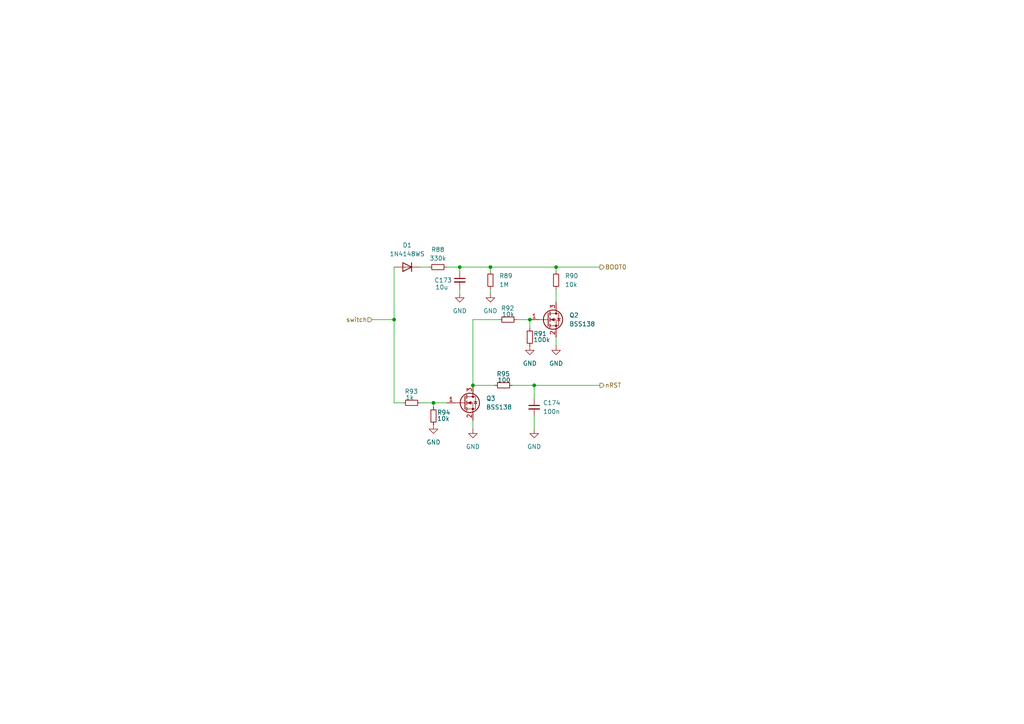
<source format=kicad_sch>
(kicad_sch
	(version 20231120)
	(generator "eeschema")
	(generator_version "8.0")
	(uuid "5883f193-55a9-473e-8feb-47173c8581e5")
	(paper "A4")
	(lib_symbols
		(symbol "Device:C_Small"
			(pin_numbers hide)
			(pin_names
				(offset 0.254) hide)
			(exclude_from_sim no)
			(in_bom yes)
			(on_board yes)
			(property "Reference" "C"
				(at 0.254 1.778 0)
				(effects
					(font
						(size 1.27 1.27)
					)
					(justify left)
				)
			)
			(property "Value" "C_Small"
				(at 0.254 -2.032 0)
				(effects
					(font
						(size 1.27 1.27)
					)
					(justify left)
				)
			)
			(property "Footprint" ""
				(at 0 0 0)
				(effects
					(font
						(size 1.27 1.27)
					)
					(hide yes)
				)
			)
			(property "Datasheet" "~"
				(at 0 0 0)
				(effects
					(font
						(size 1.27 1.27)
					)
					(hide yes)
				)
			)
			(property "Description" "Unpolarized capacitor, small symbol"
				(at 0 0 0)
				(effects
					(font
						(size 1.27 1.27)
					)
					(hide yes)
				)
			)
			(property "ki_keywords" "capacitor cap"
				(at 0 0 0)
				(effects
					(font
						(size 1.27 1.27)
					)
					(hide yes)
				)
			)
			(property "ki_fp_filters" "C_*"
				(at 0 0 0)
				(effects
					(font
						(size 1.27 1.27)
					)
					(hide yes)
				)
			)
			(symbol "C_Small_0_1"
				(polyline
					(pts
						(xy -1.524 -0.508) (xy 1.524 -0.508)
					)
					(stroke
						(width 0.3302)
						(type default)
					)
					(fill
						(type none)
					)
				)
				(polyline
					(pts
						(xy -1.524 0.508) (xy 1.524 0.508)
					)
					(stroke
						(width 0.3048)
						(type default)
					)
					(fill
						(type none)
					)
				)
			)
			(symbol "C_Small_1_1"
				(pin passive line
					(at 0 2.54 270)
					(length 2.032)
					(name "~"
						(effects
							(font
								(size 1.27 1.27)
							)
						)
					)
					(number "1"
						(effects
							(font
								(size 1.27 1.27)
							)
						)
					)
				)
				(pin passive line
					(at 0 -2.54 90)
					(length 2.032)
					(name "~"
						(effects
							(font
								(size 1.27 1.27)
							)
						)
					)
					(number "2"
						(effects
							(font
								(size 1.27 1.27)
							)
						)
					)
				)
			)
		)
		(symbol "Device:R_Small"
			(pin_numbers hide)
			(pin_names
				(offset 0.254) hide)
			(exclude_from_sim no)
			(in_bom yes)
			(on_board yes)
			(property "Reference" "R"
				(at 0.762 0.508 0)
				(effects
					(font
						(size 1.27 1.27)
					)
					(justify left)
				)
			)
			(property "Value" "R_Small"
				(at 0.762 -1.016 0)
				(effects
					(font
						(size 1.27 1.27)
					)
					(justify left)
				)
			)
			(property "Footprint" ""
				(at 0 0 0)
				(effects
					(font
						(size 1.27 1.27)
					)
					(hide yes)
				)
			)
			(property "Datasheet" "~"
				(at 0 0 0)
				(effects
					(font
						(size 1.27 1.27)
					)
					(hide yes)
				)
			)
			(property "Description" "Resistor, small symbol"
				(at 0 0 0)
				(effects
					(font
						(size 1.27 1.27)
					)
					(hide yes)
				)
			)
			(property "ki_keywords" "R resistor"
				(at 0 0 0)
				(effects
					(font
						(size 1.27 1.27)
					)
					(hide yes)
				)
			)
			(property "ki_fp_filters" "R_*"
				(at 0 0 0)
				(effects
					(font
						(size 1.27 1.27)
					)
					(hide yes)
				)
			)
			(symbol "R_Small_0_1"
				(rectangle
					(start -0.762 1.778)
					(end 0.762 -1.778)
					(stroke
						(width 0.2032)
						(type default)
					)
					(fill
						(type none)
					)
				)
			)
			(symbol "R_Small_1_1"
				(pin passive line
					(at 0 2.54 270)
					(length 0.762)
					(name "~"
						(effects
							(font
								(size 1.27 1.27)
							)
						)
					)
					(number "1"
						(effects
							(font
								(size 1.27 1.27)
							)
						)
					)
				)
				(pin passive line
					(at 0 -2.54 90)
					(length 0.762)
					(name "~"
						(effects
							(font
								(size 1.27 1.27)
							)
						)
					)
					(number "2"
						(effects
							(font
								(size 1.27 1.27)
							)
						)
					)
				)
			)
		)
		(symbol "Diode:1N4148WS"
			(pin_numbers hide)
			(pin_names hide)
			(exclude_from_sim no)
			(in_bom yes)
			(on_board yes)
			(property "Reference" "D"
				(at 0 2.54 0)
				(effects
					(font
						(size 1.27 1.27)
					)
				)
			)
			(property "Value" "1N4148WS"
				(at 0 -2.54 0)
				(effects
					(font
						(size 1.27 1.27)
					)
				)
			)
			(property "Footprint" "Diode_SMD:D_SOD-323"
				(at 0 -4.445 0)
				(effects
					(font
						(size 1.27 1.27)
					)
					(hide yes)
				)
			)
			(property "Datasheet" "https://www.vishay.com/docs/85751/1n4148ws.pdf"
				(at 0 0 0)
				(effects
					(font
						(size 1.27 1.27)
					)
					(hide yes)
				)
			)
			(property "Description" "75V 0.15A Fast switching Diode, SOD-323"
				(at 0 0 0)
				(effects
					(font
						(size 1.27 1.27)
					)
					(hide yes)
				)
			)
			(property "Sim.Device" "D"
				(at 0 0 0)
				(effects
					(font
						(size 1.27 1.27)
					)
					(hide yes)
				)
			)
			(property "Sim.Pins" "1=K 2=A"
				(at 0 0 0)
				(effects
					(font
						(size 1.27 1.27)
					)
					(hide yes)
				)
			)
			(property "ki_keywords" "diode"
				(at 0 0 0)
				(effects
					(font
						(size 1.27 1.27)
					)
					(hide yes)
				)
			)
			(property "ki_fp_filters" "D*SOD?323*"
				(at 0 0 0)
				(effects
					(font
						(size 1.27 1.27)
					)
					(hide yes)
				)
			)
			(symbol "1N4148WS_0_1"
				(polyline
					(pts
						(xy -1.27 1.27) (xy -1.27 -1.27)
					)
					(stroke
						(width 0.254)
						(type default)
					)
					(fill
						(type none)
					)
				)
				(polyline
					(pts
						(xy 1.27 0) (xy -1.27 0)
					)
					(stroke
						(width 0)
						(type default)
					)
					(fill
						(type none)
					)
				)
				(polyline
					(pts
						(xy 1.27 1.27) (xy 1.27 -1.27) (xy -1.27 0) (xy 1.27 1.27)
					)
					(stroke
						(width 0.254)
						(type default)
					)
					(fill
						(type none)
					)
				)
			)
			(symbol "1N4148WS_1_1"
				(pin passive line
					(at -3.81 0 0)
					(length 2.54)
					(name "K"
						(effects
							(font
								(size 1.27 1.27)
							)
						)
					)
					(number "1"
						(effects
							(font
								(size 1.27 1.27)
							)
						)
					)
				)
				(pin passive line
					(at 3.81 0 180)
					(length 2.54)
					(name "A"
						(effects
							(font
								(size 1.27 1.27)
							)
						)
					)
					(number "2"
						(effects
							(font
								(size 1.27 1.27)
							)
						)
					)
				)
			)
		)
		(symbol "Transistor_FET:2N7002"
			(pin_names hide)
			(exclude_from_sim no)
			(in_bom yes)
			(on_board yes)
			(property "Reference" "Q"
				(at 5.08 1.905 0)
				(effects
					(font
						(size 1.27 1.27)
					)
					(justify left)
				)
			)
			(property "Value" "2N7002"
				(at 5.08 0 0)
				(effects
					(font
						(size 1.27 1.27)
					)
					(justify left)
				)
			)
			(property "Footprint" "Package_TO_SOT_SMD:SOT-23"
				(at 5.08 -1.905 0)
				(effects
					(font
						(size 1.27 1.27)
						(italic yes)
					)
					(justify left)
					(hide yes)
				)
			)
			(property "Datasheet" "https://www.onsemi.com/pub/Collateral/NDS7002A-D.PDF"
				(at 5.08 -3.81 0)
				(effects
					(font
						(size 1.27 1.27)
					)
					(justify left)
					(hide yes)
				)
			)
			(property "Description" "0.115A Id, 60V Vds, N-Channel MOSFET, SOT-23"
				(at 0 0 0)
				(effects
					(font
						(size 1.27 1.27)
					)
					(hide yes)
				)
			)
			(property "ki_keywords" "N-Channel Switching MOSFET"
				(at 0 0 0)
				(effects
					(font
						(size 1.27 1.27)
					)
					(hide yes)
				)
			)
			(property "ki_fp_filters" "SOT?23*"
				(at 0 0 0)
				(effects
					(font
						(size 1.27 1.27)
					)
					(hide yes)
				)
			)
			(symbol "2N7002_0_1"
				(polyline
					(pts
						(xy 0.254 0) (xy -2.54 0)
					)
					(stroke
						(width 0)
						(type default)
					)
					(fill
						(type none)
					)
				)
				(polyline
					(pts
						(xy 0.254 1.905) (xy 0.254 -1.905)
					)
					(stroke
						(width 0.254)
						(type default)
					)
					(fill
						(type none)
					)
				)
				(polyline
					(pts
						(xy 0.762 -1.27) (xy 0.762 -2.286)
					)
					(stroke
						(width 0.254)
						(type default)
					)
					(fill
						(type none)
					)
				)
				(polyline
					(pts
						(xy 0.762 0.508) (xy 0.762 -0.508)
					)
					(stroke
						(width 0.254)
						(type default)
					)
					(fill
						(type none)
					)
				)
				(polyline
					(pts
						(xy 0.762 2.286) (xy 0.762 1.27)
					)
					(stroke
						(width 0.254)
						(type default)
					)
					(fill
						(type none)
					)
				)
				(polyline
					(pts
						(xy 2.54 2.54) (xy 2.54 1.778)
					)
					(stroke
						(width 0)
						(type default)
					)
					(fill
						(type none)
					)
				)
				(polyline
					(pts
						(xy 2.54 -2.54) (xy 2.54 0) (xy 0.762 0)
					)
					(stroke
						(width 0)
						(type default)
					)
					(fill
						(type none)
					)
				)
				(polyline
					(pts
						(xy 0.762 -1.778) (xy 3.302 -1.778) (xy 3.302 1.778) (xy 0.762 1.778)
					)
					(stroke
						(width 0)
						(type default)
					)
					(fill
						(type none)
					)
				)
				(polyline
					(pts
						(xy 1.016 0) (xy 2.032 0.381) (xy 2.032 -0.381) (xy 1.016 0)
					)
					(stroke
						(width 0)
						(type default)
					)
					(fill
						(type outline)
					)
				)
				(polyline
					(pts
						(xy 2.794 0.508) (xy 2.921 0.381) (xy 3.683 0.381) (xy 3.81 0.254)
					)
					(stroke
						(width 0)
						(type default)
					)
					(fill
						(type none)
					)
				)
				(polyline
					(pts
						(xy 3.302 0.381) (xy 2.921 -0.254) (xy 3.683 -0.254) (xy 3.302 0.381)
					)
					(stroke
						(width 0)
						(type default)
					)
					(fill
						(type none)
					)
				)
				(circle
					(center 1.651 0)
					(radius 2.794)
					(stroke
						(width 0.254)
						(type default)
					)
					(fill
						(type none)
					)
				)
				(circle
					(center 2.54 -1.778)
					(radius 0.254)
					(stroke
						(width 0)
						(type default)
					)
					(fill
						(type outline)
					)
				)
				(circle
					(center 2.54 1.778)
					(radius 0.254)
					(stroke
						(width 0)
						(type default)
					)
					(fill
						(type outline)
					)
				)
			)
			(symbol "2N7002_1_1"
				(pin input line
					(at -5.08 0 0)
					(length 2.54)
					(name "G"
						(effects
							(font
								(size 1.27 1.27)
							)
						)
					)
					(number "1"
						(effects
							(font
								(size 1.27 1.27)
							)
						)
					)
				)
				(pin passive line
					(at 2.54 -5.08 90)
					(length 2.54)
					(name "S"
						(effects
							(font
								(size 1.27 1.27)
							)
						)
					)
					(number "2"
						(effects
							(font
								(size 1.27 1.27)
							)
						)
					)
				)
				(pin passive line
					(at 2.54 5.08 270)
					(length 2.54)
					(name "D"
						(effects
							(font
								(size 1.27 1.27)
							)
						)
					)
					(number "3"
						(effects
							(font
								(size 1.27 1.27)
							)
						)
					)
				)
			)
		)
		(symbol "power:GND"
			(power)
			(pin_numbers hide)
			(pin_names
				(offset 0) hide)
			(exclude_from_sim no)
			(in_bom yes)
			(on_board yes)
			(property "Reference" "#PWR"
				(at 0 -6.35 0)
				(effects
					(font
						(size 1.27 1.27)
					)
					(hide yes)
				)
			)
			(property "Value" "GND"
				(at 0 -3.81 0)
				(effects
					(font
						(size 1.27 1.27)
					)
				)
			)
			(property "Footprint" ""
				(at 0 0 0)
				(effects
					(font
						(size 1.27 1.27)
					)
					(hide yes)
				)
			)
			(property "Datasheet" ""
				(at 0 0 0)
				(effects
					(font
						(size 1.27 1.27)
					)
					(hide yes)
				)
			)
			(property "Description" "Power symbol creates a global label with name \"GND\" , ground"
				(at 0 0 0)
				(effects
					(font
						(size 1.27 1.27)
					)
					(hide yes)
				)
			)
			(property "ki_keywords" "global power"
				(at 0 0 0)
				(effects
					(font
						(size 1.27 1.27)
					)
					(hide yes)
				)
			)
			(symbol "GND_0_1"
				(polyline
					(pts
						(xy 0 0) (xy 0 -1.27) (xy 1.27 -1.27) (xy 0 -2.54) (xy -1.27 -1.27) (xy 0 -1.27)
					)
					(stroke
						(width 0)
						(type default)
					)
					(fill
						(type none)
					)
				)
			)
			(symbol "GND_1_1"
				(pin power_in line
					(at 0 0 270)
					(length 0)
					(name "~"
						(effects
							(font
								(size 1.27 1.27)
							)
						)
					)
					(number "1"
						(effects
							(font
								(size 1.27 1.27)
							)
						)
					)
				)
			)
		)
	)
	(junction
		(at 153.67 92.71)
		(diameter 0)
		(color 0 0 0 0)
		(uuid "1bfd0e78-e491-4adf-bba7-36dd7ebafbab")
	)
	(junction
		(at 161.29 77.47)
		(diameter 0)
		(color 0 0 0 0)
		(uuid "2075f22c-5926-4717-8e42-fb78e909ff67")
	)
	(junction
		(at 154.94 111.76)
		(diameter 0)
		(color 0 0 0 0)
		(uuid "38939130-ffe0-4723-a366-5371513c8eb6")
	)
	(junction
		(at 125.73 116.84)
		(diameter 0)
		(color 0 0 0 0)
		(uuid "85056a82-5393-4de3-abb5-ecc255bfaab6")
	)
	(junction
		(at 142.24 77.47)
		(diameter 0)
		(color 0 0 0 0)
		(uuid "ceeb51d6-fce5-414e-a5ad-29cf4a106f3b")
	)
	(junction
		(at 137.16 111.76)
		(diameter 0)
		(color 0 0 0 0)
		(uuid "e0c0209a-0d7d-4e33-a782-b01b75f7466a")
	)
	(junction
		(at 133.35 77.47)
		(diameter 0)
		(color 0 0 0 0)
		(uuid "fad06eb7-69a7-4b9d-aaa8-8ae2e976558f")
	)
	(junction
		(at 114.3 92.71)
		(diameter 0)
		(color 0 0 0 0)
		(uuid "fc2776e3-4708-4a31-bb59-20bf26c21b17")
	)
	(wire
		(pts
			(xy 161.29 77.47) (xy 161.29 78.74)
		)
		(stroke
			(width 0)
			(type default)
		)
		(uuid "06055c57-fa8b-45b4-bea3-20b0c53833cf")
	)
	(wire
		(pts
			(xy 153.67 92.71) (xy 153.67 95.25)
		)
		(stroke
			(width 0)
			(type default)
		)
		(uuid "185a8aaa-f36d-4164-90fd-a91179d005e2")
	)
	(wire
		(pts
			(xy 154.94 111.76) (xy 173.99 111.76)
		)
		(stroke
			(width 0)
			(type default)
		)
		(uuid "1cdc6e5b-daac-4816-9e91-02b95323043b")
	)
	(wire
		(pts
			(xy 116.84 116.84) (xy 114.3 116.84)
		)
		(stroke
			(width 0)
			(type default)
		)
		(uuid "2c281bd8-8c54-4256-a343-e9d472e072ad")
	)
	(wire
		(pts
			(xy 121.92 77.47) (xy 124.46 77.47)
		)
		(stroke
			(width 0)
			(type default)
		)
		(uuid "2d982afa-ac2c-481b-a785-8a85759f43f2")
	)
	(wire
		(pts
			(xy 142.24 77.47) (xy 161.29 77.47)
		)
		(stroke
			(width 0)
			(type default)
		)
		(uuid "2f4fb84f-4ee0-4732-b852-3d6cea61a2ac")
	)
	(wire
		(pts
			(xy 149.86 92.71) (xy 153.67 92.71)
		)
		(stroke
			(width 0)
			(type default)
		)
		(uuid "35a9a922-2844-4986-9729-905046e58631")
	)
	(wire
		(pts
			(xy 154.94 111.76) (xy 154.94 115.57)
		)
		(stroke
			(width 0)
			(type default)
		)
		(uuid "47a03cae-9f29-4b68-8289-06c4c5b96583")
	)
	(wire
		(pts
			(xy 161.29 83.82) (xy 161.29 87.63)
		)
		(stroke
			(width 0)
			(type default)
		)
		(uuid "47b7d8b6-82e6-446b-a52d-44dce062ae54")
	)
	(wire
		(pts
			(xy 107.95 92.71) (xy 114.3 92.71)
		)
		(stroke
			(width 0)
			(type default)
		)
		(uuid "49d34d3f-5c56-43af-86e3-af3f29997710")
	)
	(wire
		(pts
			(xy 133.35 78.74) (xy 133.35 77.47)
		)
		(stroke
			(width 0)
			(type default)
		)
		(uuid "524fbda3-381e-43dd-9926-0ea8a696b681")
	)
	(wire
		(pts
			(xy 114.3 92.71) (xy 114.3 116.84)
		)
		(stroke
			(width 0)
			(type default)
		)
		(uuid "63485132-91cf-4e89-ae81-ff9269aef13e")
	)
	(wire
		(pts
			(xy 144.78 92.71) (xy 137.16 92.71)
		)
		(stroke
			(width 0)
			(type default)
		)
		(uuid "6c64efde-f630-40f8-8ba6-4407f29e50c2")
	)
	(wire
		(pts
			(xy 137.16 121.92) (xy 137.16 124.46)
		)
		(stroke
			(width 0)
			(type default)
		)
		(uuid "89284a57-e3e3-4a00-9ebe-fa611316ade7")
	)
	(wire
		(pts
			(xy 133.35 83.82) (xy 133.35 85.09)
		)
		(stroke
			(width 0)
			(type default)
		)
		(uuid "8b8d3ed1-f5c0-43ae-9689-2ea312905523")
	)
	(wire
		(pts
			(xy 161.29 77.47) (xy 173.99 77.47)
		)
		(stroke
			(width 0)
			(type default)
		)
		(uuid "953d66c4-efa9-4f67-be31-fa194571e5f0")
	)
	(wire
		(pts
			(xy 121.92 116.84) (xy 125.73 116.84)
		)
		(stroke
			(width 0)
			(type default)
		)
		(uuid "97b4bd9a-99da-4e0e-98e0-5d4a49bf73e7")
	)
	(wire
		(pts
			(xy 114.3 77.47) (xy 114.3 92.71)
		)
		(stroke
			(width 0)
			(type default)
		)
		(uuid "9f4b7481-505c-40bf-a9e6-1a489c3a769c")
	)
	(wire
		(pts
			(xy 161.29 97.79) (xy 161.29 100.33)
		)
		(stroke
			(width 0)
			(type default)
		)
		(uuid "a64e8655-09b3-440c-ba48-263e0a2bb1f7")
	)
	(wire
		(pts
			(xy 148.59 111.76) (xy 154.94 111.76)
		)
		(stroke
			(width 0)
			(type default)
		)
		(uuid "b50247c0-7efc-45f3-8b02-f97d855baa52")
	)
	(wire
		(pts
			(xy 142.24 77.47) (xy 142.24 78.74)
		)
		(stroke
			(width 0)
			(type default)
		)
		(uuid "b8bd3e79-1961-44fd-bcd2-b2e5f14677df")
	)
	(wire
		(pts
			(xy 125.73 116.84) (xy 125.73 118.11)
		)
		(stroke
			(width 0)
			(type default)
		)
		(uuid "bd2dc86d-1f00-480d-b329-f85d79ed100c")
	)
	(wire
		(pts
			(xy 125.73 116.84) (xy 129.54 116.84)
		)
		(stroke
			(width 0)
			(type default)
		)
		(uuid "c5584ced-d188-4cdc-917d-c27e479ef69a")
	)
	(wire
		(pts
			(xy 137.16 111.76) (xy 143.51 111.76)
		)
		(stroke
			(width 0)
			(type default)
		)
		(uuid "cefe5078-f790-49d3-b8f4-001997531ed5")
	)
	(wire
		(pts
			(xy 129.54 77.47) (xy 133.35 77.47)
		)
		(stroke
			(width 0)
			(type default)
		)
		(uuid "dc9f226d-e106-45bd-9ff7-3ad3a2710992")
	)
	(wire
		(pts
			(xy 137.16 92.71) (xy 137.16 111.76)
		)
		(stroke
			(width 0)
			(type default)
		)
		(uuid "de2152ea-c295-437e-8b74-877c2bf0c7e5")
	)
	(wire
		(pts
			(xy 142.24 83.82) (xy 142.24 85.09)
		)
		(stroke
			(width 0)
			(type default)
		)
		(uuid "e3c2c600-7180-4e63-a016-ffabfe107276")
	)
	(wire
		(pts
			(xy 133.35 77.47) (xy 142.24 77.47)
		)
		(stroke
			(width 0)
			(type default)
		)
		(uuid "ee552b4b-43b2-48e2-8e8f-7f3f029a497a")
	)
	(wire
		(pts
			(xy 154.94 120.65) (xy 154.94 124.46)
		)
		(stroke
			(width 0)
			(type default)
		)
		(uuid "ff97ddbb-3a3e-4568-ac12-109ec76be81d")
	)
	(hierarchical_label "BOOT0"
		(shape output)
		(at 173.99 77.47 0)
		(fields_autoplaced yes)
		(effects
			(font
				(size 1.27 1.27)
			)
			(justify left)
		)
		(uuid "1d78f37b-5021-45cd-a78e-391dbd22ee47")
	)
	(hierarchical_label "nRST"
		(shape output)
		(at 173.99 111.76 0)
		(fields_autoplaced yes)
		(effects
			(font
				(size 1.27 1.27)
			)
			(justify left)
		)
		(uuid "28abe7d3-5de0-4138-97db-85adcd8f3cc2")
	)
	(hierarchical_label "switch"
		(shape input)
		(at 107.95 92.71 180)
		(fields_autoplaced yes)
		(effects
			(font
				(size 1.27 1.27)
			)
			(justify right)
		)
		(uuid "c6a9d0b4-8d43-41ce-91cc-fe8a3382830f")
	)
	(symbol
		(lib_id "Device:C_Small")
		(at 133.35 81.28 0)
		(unit 1)
		(exclude_from_sim no)
		(in_bom yes)
		(on_board yes)
		(dnp no)
		(uuid "16aa27d2-018d-4e67-b363-7093d0373da1")
		(property "Reference" "C173"
			(at 125.984 81.28 0)
			(effects
				(font
					(size 1.27 1.27)
				)
				(justify left)
			)
		)
		(property "Value" "10u"
			(at 126.238 83.312 0)
			(effects
				(font
					(size 1.27 1.27)
				)
				(justify left)
			)
		)
		(property "Footprint" "Capacitor_SMD:C_1206_3216Metric"
			(at 133.35 81.28 0)
			(effects
				(font
					(size 1.27 1.27)
				)
				(hide yes)
			)
		)
		(property "Datasheet" "~"
			(at 133.35 81.28 0)
			(effects
				(font
					(size 1.27 1.27)
				)
				(hide yes)
			)
		)
		(property "Description" "Unpolarized capacitor, small symbol"
			(at 133.35 81.28 0)
			(effects
				(font
					(size 1.27 1.27)
				)
				(hide yes)
			)
		)
		(pin "2"
			(uuid "fe2c1040-b901-4414-952d-67ec8a940a63")
		)
		(pin "1"
			(uuid "1b284b81-0dca-4e8d-a793-78dac8257cf1")
		)
		(instances
			(project ""
				(path "/d6cd2c7a-4b62-4ee3-9519-bce8a1bda3f1/196bee3a-bcf1-4651-980b-f42acb0712b8"
					(reference "C173")
					(unit 1)
				)
			)
		)
	)
	(symbol
		(lib_id "Device:R_Small")
		(at 146.05 111.76 270)
		(unit 1)
		(exclude_from_sim no)
		(in_bom yes)
		(on_board yes)
		(dnp no)
		(uuid "1e261e97-a359-412b-9ee9-6443da56de91")
		(property "Reference" "R95"
			(at 144.018 108.458 90)
			(effects
				(font
					(size 1.27 1.27)
				)
				(justify left)
			)
		)
		(property "Value" "100"
			(at 144.272 110.236 90)
			(effects
				(font
					(size 1.27 1.27)
				)
				(justify left)
			)
		)
		(property "Footprint" "Resistor_SMD:R_0402_1005Metric"
			(at 146.05 111.76 0)
			(effects
				(font
					(size 1.27 1.27)
				)
				(hide yes)
			)
		)
		(property "Datasheet" "~"
			(at 146.05 111.76 0)
			(effects
				(font
					(size 1.27 1.27)
				)
				(hide yes)
			)
		)
		(property "Description" "Resistor, small symbol"
			(at 146.05 111.76 0)
			(effects
				(font
					(size 1.27 1.27)
				)
				(hide yes)
			)
		)
		(pin "1"
			(uuid "72b05d30-289a-4ab2-846d-fc8907604877")
		)
		(pin "2"
			(uuid "e36fcb02-1985-462e-904e-dc33a1319f4f")
		)
		(instances
			(project "hall effect keyboard"
				(path "/d6cd2c7a-4b62-4ee3-9519-bce8a1bda3f1/196bee3a-bcf1-4651-980b-f42acb0712b8"
					(reference "R95")
					(unit 1)
				)
			)
		)
	)
	(symbol
		(lib_id "power:GND")
		(at 153.67 100.33 0)
		(unit 1)
		(exclude_from_sim no)
		(in_bom yes)
		(on_board yes)
		(dnp no)
		(fields_autoplaced yes)
		(uuid "235df33f-3d27-4b02-a8ef-19d26d9a137f")
		(property "Reference" "#PWR0374"
			(at 153.67 106.68 0)
			(effects
				(font
					(size 1.27 1.27)
				)
				(hide yes)
			)
		)
		(property "Value" "GND"
			(at 153.67 105.41 0)
			(effects
				(font
					(size 1.27 1.27)
				)
			)
		)
		(property "Footprint" ""
			(at 153.67 100.33 0)
			(effects
				(font
					(size 1.27 1.27)
				)
				(hide yes)
			)
		)
		(property "Datasheet" ""
			(at 153.67 100.33 0)
			(effects
				(font
					(size 1.27 1.27)
				)
				(hide yes)
			)
		)
		(property "Description" "Power symbol creates a global label with name \"GND\" , ground"
			(at 153.67 100.33 0)
			(effects
				(font
					(size 1.27 1.27)
				)
				(hide yes)
			)
		)
		(pin "1"
			(uuid "43b579bd-8680-4ea5-8b11-c33626b0bc30")
		)
		(instances
			(project "hall effect keyboard"
				(path "/d6cd2c7a-4b62-4ee3-9519-bce8a1bda3f1/196bee3a-bcf1-4651-980b-f42acb0712b8"
					(reference "#PWR0374")
					(unit 1)
				)
			)
		)
	)
	(symbol
		(lib_id "Transistor_FET:2N7002")
		(at 134.62 116.84 0)
		(unit 1)
		(exclude_from_sim no)
		(in_bom yes)
		(on_board yes)
		(dnp no)
		(fields_autoplaced yes)
		(uuid "26025832-22d1-4261-9a93-2f81668aa260")
		(property "Reference" "Q3"
			(at 140.97 115.5699 0)
			(effects
				(font
					(size 1.27 1.27)
				)
				(justify left)
			)
		)
		(property "Value" "BSS138"
			(at 140.97 118.1099 0)
			(effects
				(font
					(size 1.27 1.27)
				)
				(justify left)
			)
		)
		(property "Footprint" "Package_TO_SOT_SMD:SOT-23"
			(at 139.7 118.745 0)
			(effects
				(font
					(size 1.27 1.27)
					(italic yes)
				)
				(justify left)
				(hide yes)
			)
		)
		(property "Datasheet" "https://www.onsemi.com/pub/Collateral/NDS7002A-D.PDF"
			(at 139.7 120.65 0)
			(effects
				(font
					(size 1.27 1.27)
				)
				(justify left)
				(hide yes)
			)
		)
		(property "Description" "0.115A Id, 60V Vds, N-Channel MOSFET, SOT-23"
			(at 134.62 116.84 0)
			(effects
				(font
					(size 1.27 1.27)
				)
				(hide yes)
			)
		)
		(pin "3"
			(uuid "b66ff579-8714-444b-a3c3-ab9d97fa078f")
		)
		(pin "1"
			(uuid "217d91c3-9eb0-4b86-a544-54bfcaab6959")
		)
		(pin "2"
			(uuid "3febcd10-6736-4f23-bc3e-19ee69986545")
		)
		(instances
			(project "hall effect keyboard"
				(path "/d6cd2c7a-4b62-4ee3-9519-bce8a1bda3f1/196bee3a-bcf1-4651-980b-f42acb0712b8"
					(reference "Q3")
					(unit 1)
				)
			)
		)
	)
	(symbol
		(lib_id "Device:R_Small")
		(at 127 77.47 90)
		(unit 1)
		(exclude_from_sim no)
		(in_bom yes)
		(on_board yes)
		(dnp no)
		(fields_autoplaced yes)
		(uuid "2f30089d-98df-4180-8169-e03d6e75b944")
		(property "Reference" "R88"
			(at 127 72.39 90)
			(effects
				(font
					(size 1.27 1.27)
				)
			)
		)
		(property "Value" "330k"
			(at 127 74.93 90)
			(effects
				(font
					(size 1.27 1.27)
				)
			)
		)
		(property "Footprint" "Resistor_SMD:R_0603_1608Metric"
			(at 127 77.47 0)
			(effects
				(font
					(size 1.27 1.27)
				)
				(hide yes)
			)
		)
		(property "Datasheet" "~"
			(at 127 77.47 0)
			(effects
				(font
					(size 1.27 1.27)
				)
				(hide yes)
			)
		)
		(property "Description" "Resistor, small symbol"
			(at 127 77.47 0)
			(effects
				(font
					(size 1.27 1.27)
				)
				(hide yes)
			)
		)
		(pin "2"
			(uuid "8af7d32b-48ea-4e15-b544-77c30d3d96db")
		)
		(pin "1"
			(uuid "e4fdc3a3-a2cd-4dcc-b03c-5b0326940ae1")
		)
		(instances
			(project ""
				(path "/d6cd2c7a-4b62-4ee3-9519-bce8a1bda3f1/196bee3a-bcf1-4651-980b-f42acb0712b8"
					(reference "R88")
					(unit 1)
				)
			)
		)
	)
	(symbol
		(lib_id "Diode:1N4148WS")
		(at 118.11 77.47 180)
		(unit 1)
		(exclude_from_sim no)
		(in_bom yes)
		(on_board yes)
		(dnp no)
		(fields_autoplaced yes)
		(uuid "3f830985-70df-4e35-bced-cb17e67b7705")
		(property "Reference" "D1"
			(at 118.11 71.12 0)
			(effects
				(font
					(size 1.27 1.27)
				)
			)
		)
		(property "Value" "1N4148WS"
			(at 118.11 73.66 0)
			(effects
				(font
					(size 1.27 1.27)
				)
			)
		)
		(property "Footprint" "Diode_SMD:D_SOD-323"
			(at 118.11 73.025 0)
			(effects
				(font
					(size 1.27 1.27)
				)
				(hide yes)
			)
		)
		(property "Datasheet" "https://www.vishay.com/docs/85751/1n4148ws.pdf"
			(at 118.11 77.47 0)
			(effects
				(font
					(size 1.27 1.27)
				)
				(hide yes)
			)
		)
		(property "Description" "75V 0.15A Fast switching Diode, SOD-323"
			(at 118.11 77.47 0)
			(effects
				(font
					(size 1.27 1.27)
				)
				(hide yes)
			)
		)
		(property "Sim.Device" "D"
			(at 118.11 77.47 0)
			(effects
				(font
					(size 1.27 1.27)
				)
				(hide yes)
			)
		)
		(property "Sim.Pins" "1=K 2=A"
			(at 118.11 77.47 0)
			(effects
				(font
					(size 1.27 1.27)
				)
				(hide yes)
			)
		)
		(pin "1"
			(uuid "175d28bf-eb99-4206-bf79-24f7c2cf9598")
		)
		(pin "2"
			(uuid "8184e747-4a36-4301-a4af-f067e068691a")
		)
		(instances
			(project ""
				(path "/d6cd2c7a-4b62-4ee3-9519-bce8a1bda3f1/196bee3a-bcf1-4651-980b-f42acb0712b8"
					(reference "D1")
					(unit 1)
				)
			)
		)
	)
	(symbol
		(lib_id "Device:R_Small")
		(at 161.29 81.28 0)
		(unit 1)
		(exclude_from_sim no)
		(in_bom yes)
		(on_board yes)
		(dnp no)
		(fields_autoplaced yes)
		(uuid "6cc67177-14ee-46e9-bd56-646fac820f68")
		(property "Reference" "R90"
			(at 163.83 80.0099 0)
			(effects
				(font
					(size 1.27 1.27)
				)
				(justify left)
			)
		)
		(property "Value" "10k"
			(at 163.83 82.5499 0)
			(effects
				(font
					(size 1.27 1.27)
				)
				(justify left)
			)
		)
		(property "Footprint" "Resistor_SMD:R_0402_1005Metric"
			(at 161.29 81.28 0)
			(effects
				(font
					(size 1.27 1.27)
				)
				(hide yes)
			)
		)
		(property "Datasheet" "~"
			(at 161.29 81.28 0)
			(effects
				(font
					(size 1.27 1.27)
				)
				(hide yes)
			)
		)
		(property "Description" "Resistor, small symbol"
			(at 161.29 81.28 0)
			(effects
				(font
					(size 1.27 1.27)
				)
				(hide yes)
			)
		)
		(pin "1"
			(uuid "8c78c4e5-b2a3-410d-8351-39e5ae9ebd0a")
		)
		(pin "2"
			(uuid "2000926b-030c-48e2-a77e-dc0eb8046287")
		)
		(instances
			(project "hall effect keyboard"
				(path "/d6cd2c7a-4b62-4ee3-9519-bce8a1bda3f1/196bee3a-bcf1-4651-980b-f42acb0712b8"
					(reference "R90")
					(unit 1)
				)
			)
		)
	)
	(symbol
		(lib_id "Device:C_Small")
		(at 154.94 118.11 0)
		(unit 1)
		(exclude_from_sim no)
		(in_bom yes)
		(on_board yes)
		(dnp no)
		(fields_autoplaced yes)
		(uuid "86f61f7e-09f9-4f1a-a21f-fc1e2a145913")
		(property "Reference" "C174"
			(at 157.48 116.8462 0)
			(effects
				(font
					(size 1.27 1.27)
				)
				(justify left)
			)
		)
		(property "Value" "100n"
			(at 157.48 119.3862 0)
			(effects
				(font
					(size 1.27 1.27)
				)
				(justify left)
			)
		)
		(property "Footprint" "Capacitor_SMD:C_0402_1005Metric"
			(at 154.94 118.11 0)
			(effects
				(font
					(size 1.27 1.27)
				)
				(hide yes)
			)
		)
		(property "Datasheet" "~"
			(at 154.94 118.11 0)
			(effects
				(font
					(size 1.27 1.27)
				)
				(hide yes)
			)
		)
		(property "Description" "Unpolarized capacitor, small symbol"
			(at 154.94 118.11 0)
			(effects
				(font
					(size 1.27 1.27)
				)
				(hide yes)
			)
		)
		(pin "1"
			(uuid "8e6d89a8-2a2d-4ae9-b41f-ba42f28d67eb")
		)
		(pin "2"
			(uuid "575b8071-6d1f-40d6-b693-e1d4ae6c839f")
		)
		(instances
			(project ""
				(path "/d6cd2c7a-4b62-4ee3-9519-bce8a1bda3f1/196bee3a-bcf1-4651-980b-f42acb0712b8"
					(reference "C174")
					(unit 1)
				)
			)
		)
	)
	(symbol
		(lib_id "power:GND")
		(at 154.94 124.46 0)
		(unit 1)
		(exclude_from_sim no)
		(in_bom yes)
		(on_board yes)
		(dnp no)
		(fields_autoplaced yes)
		(uuid "9a9b5c0d-1b47-47dc-b373-892f1e64640c")
		(property "Reference" "#PWR0377"
			(at 154.94 130.81 0)
			(effects
				(font
					(size 1.27 1.27)
				)
				(hide yes)
			)
		)
		(property "Value" "GND"
			(at 154.94 129.54 0)
			(effects
				(font
					(size 1.27 1.27)
				)
			)
		)
		(property "Footprint" ""
			(at 154.94 124.46 0)
			(effects
				(font
					(size 1.27 1.27)
				)
				(hide yes)
			)
		)
		(property "Datasheet" ""
			(at 154.94 124.46 0)
			(effects
				(font
					(size 1.27 1.27)
				)
				(hide yes)
			)
		)
		(property "Description" "Power symbol creates a global label with name \"GND\" , ground"
			(at 154.94 124.46 0)
			(effects
				(font
					(size 1.27 1.27)
				)
				(hide yes)
			)
		)
		(pin "1"
			(uuid "6545c53b-a646-4136-86aa-4c2361601036")
		)
		(instances
			(project "hall effect keyboard"
				(path "/d6cd2c7a-4b62-4ee3-9519-bce8a1bda3f1/196bee3a-bcf1-4651-980b-f42acb0712b8"
					(reference "#PWR0377")
					(unit 1)
				)
			)
		)
	)
	(symbol
		(lib_id "Device:R_Small")
		(at 147.32 92.71 270)
		(unit 1)
		(exclude_from_sim no)
		(in_bom yes)
		(on_board yes)
		(dnp no)
		(uuid "add3b2c2-fa87-4465-a72e-21f3ae2aed6c")
		(property "Reference" "R92"
			(at 145.288 89.408 90)
			(effects
				(font
					(size 1.27 1.27)
				)
				(justify left)
			)
		)
		(property "Value" "10k"
			(at 145.542 91.186 90)
			(effects
				(font
					(size 1.27 1.27)
				)
				(justify left)
			)
		)
		(property "Footprint" "Resistor_SMD:R_0402_1005Metric"
			(at 147.32 92.71 0)
			(effects
				(font
					(size 1.27 1.27)
				)
				(hide yes)
			)
		)
		(property "Datasheet" "~"
			(at 147.32 92.71 0)
			(effects
				(font
					(size 1.27 1.27)
				)
				(hide yes)
			)
		)
		(property "Description" "Resistor, small symbol"
			(at 147.32 92.71 0)
			(effects
				(font
					(size 1.27 1.27)
				)
				(hide yes)
			)
		)
		(pin "1"
			(uuid "88b1c837-196e-4c1e-953c-7746c3c13f8e")
		)
		(pin "2"
			(uuid "88813f8f-e083-44cf-ac9a-94f4dfb002ae")
		)
		(instances
			(project "hall effect keyboard"
				(path "/d6cd2c7a-4b62-4ee3-9519-bce8a1bda3f1/196bee3a-bcf1-4651-980b-f42acb0712b8"
					(reference "R92")
					(unit 1)
				)
			)
		)
	)
	(symbol
		(lib_id "Transistor_FET:2N7002")
		(at 158.75 92.71 0)
		(unit 1)
		(exclude_from_sim no)
		(in_bom yes)
		(on_board yes)
		(dnp no)
		(fields_autoplaced yes)
		(uuid "b230ff94-30e2-43a1-a87f-70e96c661fd5")
		(property "Reference" "Q2"
			(at 165.1 91.4399 0)
			(effects
				(font
					(size 1.27 1.27)
				)
				(justify left)
			)
		)
		(property "Value" "BSS138"
			(at 165.1 93.9799 0)
			(effects
				(font
					(size 1.27 1.27)
				)
				(justify left)
			)
		)
		(property "Footprint" "Package_TO_SOT_SMD:SOT-23"
			(at 163.83 94.615 0)
			(effects
				(font
					(size 1.27 1.27)
					(italic yes)
				)
				(justify left)
				(hide yes)
			)
		)
		(property "Datasheet" "https://www.onsemi.com/pub/Collateral/NDS7002A-D.PDF"
			(at 163.83 96.52 0)
			(effects
				(font
					(size 1.27 1.27)
				)
				(justify left)
				(hide yes)
			)
		)
		(property "Description" "0.115A Id, 60V Vds, N-Channel MOSFET, SOT-23"
			(at 158.75 92.71 0)
			(effects
				(font
					(size 1.27 1.27)
				)
				(hide yes)
			)
		)
		(pin "3"
			(uuid "daf30277-4631-4140-b4d4-ad42a1ad7ae7")
		)
		(pin "1"
			(uuid "59c175ad-b4af-400f-81dd-b59c9d1d57ab")
		)
		(pin "2"
			(uuid "746c9cd4-4318-4b5a-83a9-5ca3649e82ba")
		)
		(instances
			(project ""
				(path "/d6cd2c7a-4b62-4ee3-9519-bce8a1bda3f1/196bee3a-bcf1-4651-980b-f42acb0712b8"
					(reference "Q2")
					(unit 1)
				)
			)
		)
	)
	(symbol
		(lib_id "Device:R_Small")
		(at 142.24 81.28 0)
		(unit 1)
		(exclude_from_sim no)
		(in_bom yes)
		(on_board yes)
		(dnp no)
		(fields_autoplaced yes)
		(uuid "b767aea7-0a2d-48eb-b8a6-7b8390cc801f")
		(property "Reference" "R89"
			(at 144.78 80.0099 0)
			(effects
				(font
					(size 1.27 1.27)
				)
				(justify left)
			)
		)
		(property "Value" "1M"
			(at 144.78 82.5499 0)
			(effects
				(font
					(size 1.27 1.27)
				)
				(justify left)
			)
		)
		(property "Footprint" "Resistor_SMD:R_0402_1005Metric"
			(at 142.24 81.28 0)
			(effects
				(font
					(size 1.27 1.27)
				)
				(hide yes)
			)
		)
		(property "Datasheet" "~"
			(at 142.24 81.28 0)
			(effects
				(font
					(size 1.27 1.27)
				)
				(hide yes)
			)
		)
		(property "Description" "Resistor, small symbol"
			(at 142.24 81.28 0)
			(effects
				(font
					(size 1.27 1.27)
				)
				(hide yes)
			)
		)
		(pin "1"
			(uuid "c9fa539a-930f-42e6-989c-34bcbae06a6c")
		)
		(pin "2"
			(uuid "b4ed10fd-a7ab-4a27-81dd-3426472f75d2")
		)
		(instances
			(project ""
				(path "/d6cd2c7a-4b62-4ee3-9519-bce8a1bda3f1/196bee3a-bcf1-4651-980b-f42acb0712b8"
					(reference "R89")
					(unit 1)
				)
			)
		)
	)
	(symbol
		(lib_id "Device:R_Small")
		(at 125.73 120.65 0)
		(unit 1)
		(exclude_from_sim no)
		(in_bom yes)
		(on_board yes)
		(dnp no)
		(uuid "be004772-f49c-46bf-bf7a-f0ff643ad211")
		(property "Reference" "R94"
			(at 126.746 119.634 0)
			(effects
				(font
					(size 1.27 1.27)
				)
				(justify left)
			)
		)
		(property "Value" "10k"
			(at 126.746 121.412 0)
			(effects
				(font
					(size 1.27 1.27)
				)
				(justify left)
			)
		)
		(property "Footprint" "Resistor_SMD:R_0402_1005Metric"
			(at 125.73 120.65 0)
			(effects
				(font
					(size 1.27 1.27)
				)
				(hide yes)
			)
		)
		(property "Datasheet" "~"
			(at 125.73 120.65 0)
			(effects
				(font
					(size 1.27 1.27)
				)
				(hide yes)
			)
		)
		(property "Description" "Resistor, small symbol"
			(at 125.73 120.65 0)
			(effects
				(font
					(size 1.27 1.27)
				)
				(hide yes)
			)
		)
		(pin "1"
			(uuid "5f7e839b-530e-41a0-b9b7-965b8f3faf59")
		)
		(pin "2"
			(uuid "937cd01e-c943-4838-bdc6-3033433afd80")
		)
		(instances
			(project "hall effect keyboard"
				(path "/d6cd2c7a-4b62-4ee3-9519-bce8a1bda3f1/196bee3a-bcf1-4651-980b-f42acb0712b8"
					(reference "R94")
					(unit 1)
				)
			)
		)
	)
	(symbol
		(lib_id "power:GND")
		(at 142.24 85.09 0)
		(unit 1)
		(exclude_from_sim no)
		(in_bom yes)
		(on_board yes)
		(dnp no)
		(fields_autoplaced yes)
		(uuid "c0ccc760-b0cb-45e7-ac0d-432b348f3746")
		(property "Reference" "#PWR0372"
			(at 142.24 91.44 0)
			(effects
				(font
					(size 1.27 1.27)
				)
				(hide yes)
			)
		)
		(property "Value" "GND"
			(at 142.24 90.17 0)
			(effects
				(font
					(size 1.27 1.27)
				)
			)
		)
		(property "Footprint" ""
			(at 142.24 85.09 0)
			(effects
				(font
					(size 1.27 1.27)
				)
				(hide yes)
			)
		)
		(property "Datasheet" ""
			(at 142.24 85.09 0)
			(effects
				(font
					(size 1.27 1.27)
				)
				(hide yes)
			)
		)
		(property "Description" "Power symbol creates a global label with name \"GND\" , ground"
			(at 142.24 85.09 0)
			(effects
				(font
					(size 1.27 1.27)
				)
				(hide yes)
			)
		)
		(pin "1"
			(uuid "9fe5bafa-6e16-4787-b054-69a82d99f47e")
		)
		(instances
			(project "hall effect keyboard"
				(path "/d6cd2c7a-4b62-4ee3-9519-bce8a1bda3f1/196bee3a-bcf1-4651-980b-f42acb0712b8"
					(reference "#PWR0372")
					(unit 1)
				)
			)
		)
	)
	(symbol
		(lib_id "power:GND")
		(at 125.73 123.19 0)
		(unit 1)
		(exclude_from_sim no)
		(in_bom yes)
		(on_board yes)
		(dnp no)
		(fields_autoplaced yes)
		(uuid "cdc9dcfa-a9fd-4595-aae8-78814d9a3568")
		(property "Reference" "#PWR0375"
			(at 125.73 129.54 0)
			(effects
				(font
					(size 1.27 1.27)
				)
				(hide yes)
			)
		)
		(property "Value" "GND"
			(at 125.73 128.27 0)
			(effects
				(font
					(size 1.27 1.27)
				)
			)
		)
		(property "Footprint" ""
			(at 125.73 123.19 0)
			(effects
				(font
					(size 1.27 1.27)
				)
				(hide yes)
			)
		)
		(property "Datasheet" ""
			(at 125.73 123.19 0)
			(effects
				(font
					(size 1.27 1.27)
				)
				(hide yes)
			)
		)
		(property "Description" "Power symbol creates a global label with name \"GND\" , ground"
			(at 125.73 123.19 0)
			(effects
				(font
					(size 1.27 1.27)
				)
				(hide yes)
			)
		)
		(pin "1"
			(uuid "243a5949-5656-404d-8988-6a222a5089e8")
		)
		(instances
			(project "hall effect keyboard"
				(path "/d6cd2c7a-4b62-4ee3-9519-bce8a1bda3f1/196bee3a-bcf1-4651-980b-f42acb0712b8"
					(reference "#PWR0375")
					(unit 1)
				)
			)
		)
	)
	(symbol
		(lib_id "Device:R_Small")
		(at 153.67 97.79 0)
		(unit 1)
		(exclude_from_sim no)
		(in_bom yes)
		(on_board yes)
		(dnp no)
		(uuid "cfa4a7c0-1afc-426a-80fc-cc2935884216")
		(property "Reference" "R91"
			(at 154.686 96.774 0)
			(effects
				(font
					(size 1.27 1.27)
				)
				(justify left)
			)
		)
		(property "Value" "100k"
			(at 154.686 98.552 0)
			(effects
				(font
					(size 1.27 1.27)
				)
				(justify left)
			)
		)
		(property "Footprint" "Resistor_SMD:R_0402_1005Metric"
			(at 153.67 97.79 0)
			(effects
				(font
					(size 1.27 1.27)
				)
				(hide yes)
			)
		)
		(property "Datasheet" "~"
			(at 153.67 97.79 0)
			(effects
				(font
					(size 1.27 1.27)
				)
				(hide yes)
			)
		)
		(property "Description" "Resistor, small symbol"
			(at 153.67 97.79 0)
			(effects
				(font
					(size 1.27 1.27)
				)
				(hide yes)
			)
		)
		(pin "1"
			(uuid "3acd4688-9c1c-4784-a7a1-3ca57789f7a1")
		)
		(pin "2"
			(uuid "617df136-ac8e-411b-b47a-5a517ad08546")
		)
		(instances
			(project "hall effect keyboard"
				(path "/d6cd2c7a-4b62-4ee3-9519-bce8a1bda3f1/196bee3a-bcf1-4651-980b-f42acb0712b8"
					(reference "R91")
					(unit 1)
				)
			)
		)
	)
	(symbol
		(lib_id "Device:R_Small")
		(at 119.38 116.84 270)
		(unit 1)
		(exclude_from_sim no)
		(in_bom yes)
		(on_board yes)
		(dnp no)
		(uuid "d4fc67e4-1cc5-4cd0-920a-64ba202febda")
		(property "Reference" "R93"
			(at 117.348 113.538 90)
			(effects
				(font
					(size 1.27 1.27)
				)
				(justify left)
			)
		)
		(property "Value" "1k"
			(at 117.602 115.316 90)
			(effects
				(font
					(size 1.27 1.27)
				)
				(justify left)
			)
		)
		(property "Footprint" "Resistor_SMD:R_0402_1005Metric"
			(at 119.38 116.84 0)
			(effects
				(font
					(size 1.27 1.27)
				)
				(hide yes)
			)
		)
		(property "Datasheet" "~"
			(at 119.38 116.84 0)
			(effects
				(font
					(size 1.27 1.27)
				)
				(hide yes)
			)
		)
		(property "Description" "Resistor, small symbol"
			(at 119.38 116.84 0)
			(effects
				(font
					(size 1.27 1.27)
				)
				(hide yes)
			)
		)
		(pin "1"
			(uuid "5618adce-df5d-4338-95cf-6a4e87c9d79a")
		)
		(pin "2"
			(uuid "b31f0a1f-367f-402f-81c3-cb334e41d625")
		)
		(instances
			(project "hall effect keyboard"
				(path "/d6cd2c7a-4b62-4ee3-9519-bce8a1bda3f1/196bee3a-bcf1-4651-980b-f42acb0712b8"
					(reference "R93")
					(unit 1)
				)
			)
		)
	)
	(symbol
		(lib_id "power:GND")
		(at 161.29 100.33 0)
		(unit 1)
		(exclude_from_sim no)
		(in_bom yes)
		(on_board yes)
		(dnp no)
		(fields_autoplaced yes)
		(uuid "da533398-1a67-4bf1-8760-5b8dd8f491a6")
		(property "Reference" "#PWR0373"
			(at 161.29 106.68 0)
			(effects
				(font
					(size 1.27 1.27)
				)
				(hide yes)
			)
		)
		(property "Value" "GND"
			(at 161.29 105.41 0)
			(effects
				(font
					(size 1.27 1.27)
				)
			)
		)
		(property "Footprint" ""
			(at 161.29 100.33 0)
			(effects
				(font
					(size 1.27 1.27)
				)
				(hide yes)
			)
		)
		(property "Datasheet" ""
			(at 161.29 100.33 0)
			(effects
				(font
					(size 1.27 1.27)
				)
				(hide yes)
			)
		)
		(property "Description" "Power symbol creates a global label with name \"GND\" , ground"
			(at 161.29 100.33 0)
			(effects
				(font
					(size 1.27 1.27)
				)
				(hide yes)
			)
		)
		(pin "1"
			(uuid "c618b5e6-ae6d-45f6-8e88-baffd652579e")
		)
		(instances
			(project "hall effect keyboard"
				(path "/d6cd2c7a-4b62-4ee3-9519-bce8a1bda3f1/196bee3a-bcf1-4651-980b-f42acb0712b8"
					(reference "#PWR0373")
					(unit 1)
				)
			)
		)
	)
	(symbol
		(lib_id "power:GND")
		(at 133.35 85.09 0)
		(unit 1)
		(exclude_from_sim no)
		(in_bom yes)
		(on_board yes)
		(dnp no)
		(fields_autoplaced yes)
		(uuid "f5f521fa-7f31-45b7-a4c5-3224a09538f6")
		(property "Reference" "#PWR0371"
			(at 133.35 91.44 0)
			(effects
				(font
					(size 1.27 1.27)
				)
				(hide yes)
			)
		)
		(property "Value" "GND"
			(at 133.35 90.17 0)
			(effects
				(font
					(size 1.27 1.27)
				)
			)
		)
		(property "Footprint" ""
			(at 133.35 85.09 0)
			(effects
				(font
					(size 1.27 1.27)
				)
				(hide yes)
			)
		)
		(property "Datasheet" ""
			(at 133.35 85.09 0)
			(effects
				(font
					(size 1.27 1.27)
				)
				(hide yes)
			)
		)
		(property "Description" "Power symbol creates a global label with name \"GND\" , ground"
			(at 133.35 85.09 0)
			(effects
				(font
					(size 1.27 1.27)
				)
				(hide yes)
			)
		)
		(pin "1"
			(uuid "2caf1d6f-c64a-4a68-ae7c-09b0cfc2b28b")
		)
		(instances
			(project ""
				(path "/d6cd2c7a-4b62-4ee3-9519-bce8a1bda3f1/196bee3a-bcf1-4651-980b-f42acb0712b8"
					(reference "#PWR0371")
					(unit 1)
				)
			)
		)
	)
	(symbol
		(lib_id "power:GND")
		(at 137.16 124.46 0)
		(unit 1)
		(exclude_from_sim no)
		(in_bom yes)
		(on_board yes)
		(dnp no)
		(fields_autoplaced yes)
		(uuid "f7524948-fadb-4109-8386-d8efa0652a80")
		(property "Reference" "#PWR0376"
			(at 137.16 130.81 0)
			(effects
				(font
					(size 1.27 1.27)
				)
				(hide yes)
			)
		)
		(property "Value" "GND"
			(at 137.16 129.54 0)
			(effects
				(font
					(size 1.27 1.27)
				)
			)
		)
		(property "Footprint" ""
			(at 137.16 124.46 0)
			(effects
				(font
					(size 1.27 1.27)
				)
				(hide yes)
			)
		)
		(property "Datasheet" ""
			(at 137.16 124.46 0)
			(effects
				(font
					(size 1.27 1.27)
				)
				(hide yes)
			)
		)
		(property "Description" "Power symbol creates a global label with name \"GND\" , ground"
			(at 137.16 124.46 0)
			(effects
				(font
					(size 1.27 1.27)
				)
				(hide yes)
			)
		)
		(pin "1"
			(uuid "65c6ebbb-36f1-4db3-a60a-819e562bf806")
		)
		(instances
			(project "hall effect keyboard"
				(path "/d6cd2c7a-4b62-4ee3-9519-bce8a1bda3f1/196bee3a-bcf1-4651-980b-f42acb0712b8"
					(reference "#PWR0376")
					(unit 1)
				)
			)
		)
	)
)

</source>
